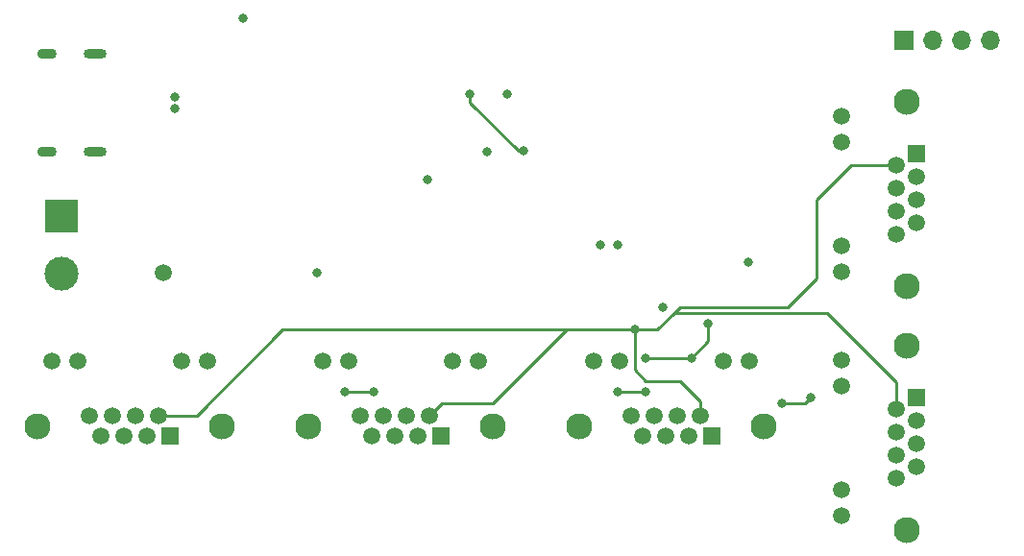
<source format=gbr>
%TF.GenerationSoftware,KiCad,Pcbnew,6.0.9+dfsg-1~bpo11+1*%
%TF.CreationDate,2022-12-30T22:29:48-06:00*%
%TF.ProjectId,Modular,4d6f6475-6c61-4722-9e6b-696361645f70,rev?*%
%TF.SameCoordinates,Original*%
%TF.FileFunction,Copper,L3,Inr*%
%TF.FilePolarity,Positive*%
%FSLAX46Y46*%
G04 Gerber Fmt 4.6, Leading zero omitted, Abs format (unit mm)*
G04 Created by KiCad (PCBNEW 6.0.9+dfsg-1~bpo11+1) date 2022-12-30 22:29:48*
%MOMM*%
%LPD*%
G01*
G04 APERTURE LIST*
%TA.AperFunction,ComponentPad*%
%ADD10R,1.500000X1.500000*%
%TD*%
%TA.AperFunction,ComponentPad*%
%ADD11C,1.500000*%
%TD*%
%TA.AperFunction,ComponentPad*%
%ADD12C,2.300000*%
%TD*%
%TA.AperFunction,ComponentPad*%
%ADD13O,1.700000X0.900000*%
%TD*%
%TA.AperFunction,ComponentPad*%
%ADD14O,2.000000X0.900000*%
%TD*%
%TA.AperFunction,ComponentPad*%
%ADD15R,3.000000X3.000000*%
%TD*%
%TA.AperFunction,ComponentPad*%
%ADD16C,3.000000*%
%TD*%
%TA.AperFunction,ComponentPad*%
%ADD17R,1.700000X1.700000*%
%TD*%
%TA.AperFunction,ComponentPad*%
%ADD18O,1.700000X1.700000*%
%TD*%
%TA.AperFunction,ViaPad*%
%ADD19C,0.800000*%
%TD*%
%TA.AperFunction,ViaPad*%
%ADD20C,1.500000*%
%TD*%
%TA.AperFunction,Conductor*%
%ADD21C,0.250000*%
%TD*%
G04 APERTURE END LIST*
D10*
%TO.N,GNDREF*%
%TO.C,J5*%
X143310000Y-144875000D03*
D11*
%TO.N,/MOSI*%
X142294000Y-143095000D03*
%TO.N,unconnected-(J5-Pad3)*%
X141278000Y-144875000D03*
%TO.N,/MISO*%
X140262000Y-143095000D03*
%TO.N,unconnected-(J5-Pad5)*%
X139246000Y-144875000D03*
%TO.N,/CS_PDL*%
X138230000Y-143095000D03*
%TO.N,+5V*%
X137214000Y-144875000D03*
%TO.N,/SCLK*%
X136198000Y-143095000D03*
%TO.N,unconnected-(J5-Pad9)*%
X146610000Y-138275000D03*
%TO.N,unconnected-(J5-Pad10)*%
X144320000Y-138275000D03*
%TO.N,unconnected-(J5-Pad11)*%
X135180000Y-138275000D03*
%TO.N,unconnected-(J5-Pad12)*%
X132890000Y-138275000D03*
D12*
%TO.N,N/C*%
X147880000Y-143985000D03*
X131620000Y-143985000D03*
%TD*%
D13*
%TO.N,unconnected-(P1-PadS1)*%
%TO.C,P1*%
X84760000Y-119820000D03*
D14*
X88930000Y-119820000D03*
X88930000Y-111180000D03*
D13*
X84760000Y-111180000D03*
%TD*%
D10*
%TO.N,GNDREF*%
%TO.C,J6*%
X161375000Y-141440000D03*
D11*
%TO.N,/MOSI*%
X159595000Y-142456000D03*
%TO.N,unconnected-(J6-Pad3)*%
X161375000Y-143472000D03*
%TO.N,/MISO*%
X159595000Y-144488000D03*
%TO.N,unconnected-(J6-Pad5)*%
X161375000Y-145504000D03*
%TO.N,/CS_SHIF*%
X159595000Y-146520000D03*
%TO.N,+5V*%
X161375000Y-147536000D03*
%TO.N,/SCLK*%
X159595000Y-148552000D03*
%TO.N,unconnected-(J6-Pad9)*%
X154775000Y-138140000D03*
%TO.N,unconnected-(J6-Pad10)*%
X154775000Y-140430000D03*
%TO.N,unconnected-(J6-Pad11)*%
X154775000Y-149570000D03*
%TO.N,unconnected-(J6-Pad12)*%
X154775000Y-151860000D03*
D12*
%TO.N,N/C*%
X160485000Y-153130000D03*
X160485000Y-136870000D03*
%TD*%
D15*
%TO.N,GNDREF*%
%TO.C,J2*%
X86000000Y-125500000D03*
D16*
%TO.N,Net-(F1-Pad1)*%
X86000000Y-130580000D03*
%TD*%
D10*
%TO.N,GNDREF*%
%TO.C,J4*%
X119435000Y-144875000D03*
D11*
%TO.N,/MOSI*%
X118419000Y-143095000D03*
%TO.N,unconnected-(J4-Pad3)*%
X117403000Y-144875000D03*
%TO.N,/MISO*%
X116387000Y-143095000D03*
%TO.N,unconnected-(J4-Pad5)*%
X115371000Y-144875000D03*
%TO.N,/CS_SWF*%
X114355000Y-143095000D03*
%TO.N,+5V*%
X113339000Y-144875000D03*
%TO.N,/SCLK*%
X112323000Y-143095000D03*
%TO.N,unconnected-(J4-Pad9)*%
X122735000Y-138275000D03*
%TO.N,unconnected-(J4-Pad10)*%
X120445000Y-138275000D03*
%TO.N,unconnected-(J4-Pad11)*%
X111305000Y-138275000D03*
%TO.N,unconnected-(J4-Pad12)*%
X109015000Y-138275000D03*
D12*
%TO.N,N/C*%
X107745000Y-143985000D03*
X124005000Y-143985000D03*
%TD*%
D10*
%TO.N,GNDREF*%
%TO.C,J7*%
X95560000Y-144875000D03*
D11*
%TO.N,/MOSI*%
X94544000Y-143095000D03*
%TO.N,unconnected-(J7-Pad3)*%
X93528000Y-144875000D03*
%TO.N,/MISO*%
X92512000Y-143095000D03*
%TO.N,unconnected-(J7-Pad5)*%
X91496000Y-144875000D03*
%TO.N,/CS_A2*%
X90480000Y-143095000D03*
%TO.N,+5V*%
X89464000Y-144875000D03*
%TO.N,/SCLK*%
X88448000Y-143095000D03*
%TO.N,unconnected-(J7-Pad9)*%
X98860000Y-138275000D03*
%TO.N,unconnected-(J7-Pad10)*%
X96570000Y-138275000D03*
%TO.N,unconnected-(J7-Pad11)*%
X87430000Y-138275000D03*
%TO.N,unconnected-(J7-Pad12)*%
X85140000Y-138275000D03*
D12*
%TO.N,N/C*%
X100130000Y-143985000D03*
X83870000Y-143985000D03*
%TD*%
D17*
%TO.N,GNDREF*%
%TO.C,J1*%
X160250000Y-110000000D03*
D18*
%TO.N,/RX_ESP*%
X162790000Y-110000000D03*
%TO.N,/TX_ESP*%
X165330000Y-110000000D03*
%TO.N,+3.3V*%
X167870000Y-110000000D03*
%TD*%
D10*
%TO.N,GNDREF*%
%TO.C,J3*%
X161375000Y-119940000D03*
D11*
%TO.N,/MOSI*%
X159595000Y-120956000D03*
%TO.N,unconnected-(J3-Pad3)*%
X161375000Y-121972000D03*
%TO.N,/MISO*%
X159595000Y-122988000D03*
%TO.N,unconnected-(J3-Pad5)*%
X161375000Y-124004000D03*
%TO.N,/CS_A1*%
X159595000Y-125020000D03*
%TO.N,+5V*%
X161375000Y-126036000D03*
%TO.N,/SCLK*%
X159595000Y-127052000D03*
%TO.N,unconnected-(J3-Pad9)*%
X154775000Y-116640000D03*
%TO.N,unconnected-(J3-Pad10)*%
X154775000Y-118930000D03*
%TO.N,unconnected-(J3-Pad11)*%
X154775000Y-128070000D03*
%TO.N,unconnected-(J3-Pad12)*%
X154775000Y-130360000D03*
D12*
%TO.N,N/C*%
X160485000Y-115370000D03*
X160485000Y-131630000D03*
%TD*%
D19*
%TO.N,+3.3V*%
X123500000Y-119814000D03*
X118250000Y-122250000D03*
X125250000Y-114750000D03*
X108500000Y-130500000D03*
%TO.N,/MOSI*%
X136500000Y-135500000D03*
%TO.N,/MISO*%
X137500000Y-138000000D03*
X135000000Y-141000000D03*
X149500000Y-142000000D03*
X141500000Y-138000000D03*
X111000000Y-141000000D03*
X143000000Y-135000000D03*
X137500000Y-141000000D03*
X113500000Y-141000000D03*
X152000000Y-141500000D03*
%TO.N,/SCLK*%
X139000000Y-133500000D03*
%TO.N,Net-(C3-Pad1)*%
X122000000Y-114750000D03*
X126750000Y-119750000D03*
%TO.N,/D+*%
X135000000Y-128000000D03*
X96000000Y-115000000D03*
%TO.N,/D-*%
X133500000Y-128000000D03*
X96000000Y-116000000D03*
D20*
%TO.N,+5V*%
X95000000Y-130500000D03*
D19*
%TO.N,/BOOT*%
X102000000Y-108000000D03*
X146500000Y-129500000D03*
%TD*%
D21*
%TO.N,/MOSI*%
X155544000Y-120956000D02*
X152500000Y-124000000D01*
X124000000Y-142000000D02*
X119514000Y-142000000D01*
X159595000Y-140095000D02*
X153500000Y-134000000D01*
X140000000Y-134000000D02*
X138500000Y-135500000D01*
X159595000Y-142456000D02*
X159595000Y-140095000D01*
X150000000Y-133500000D02*
X140500000Y-133500000D01*
X105500000Y-135500000D02*
X130500000Y-135500000D01*
X136500000Y-135500000D02*
X136500000Y-139000000D01*
X137500000Y-140000000D02*
X140500000Y-140000000D01*
X136500000Y-139000000D02*
X137500000Y-140000000D01*
X97905000Y-143095000D02*
X105500000Y-135500000D01*
X142294000Y-141794000D02*
X142294000Y-143095000D01*
X130500000Y-135500000D02*
X124000000Y-142000000D01*
X152500000Y-124000000D02*
X152500000Y-131000000D01*
X153500000Y-134000000D02*
X140000000Y-134000000D01*
X136500000Y-135500000D02*
X130500000Y-135500000D01*
X119514000Y-142000000D02*
X118419000Y-143095000D01*
X159595000Y-120956000D02*
X155544000Y-120956000D01*
X140500000Y-140000000D02*
X142294000Y-141794000D01*
X152500000Y-131000000D02*
X150000000Y-133500000D01*
X138500000Y-135500000D02*
X136500000Y-135500000D01*
X94544000Y-143095000D02*
X97905000Y-143095000D01*
X140500000Y-133500000D02*
X140000000Y-134000000D01*
%TO.N,/MISO*%
X137500000Y-141000000D02*
X135000000Y-141000000D01*
X143000000Y-135000000D02*
X143000000Y-136500000D01*
X151500000Y-142000000D02*
X152000000Y-141500000D01*
X149500000Y-142000000D02*
X151500000Y-142000000D01*
X137500000Y-138000000D02*
X141500000Y-138000000D01*
X111000000Y-141000000D02*
X113500000Y-141000000D01*
X143000000Y-136500000D02*
X141500000Y-138000000D01*
%TO.N,Net-(C3-Pad1)*%
X126750000Y-119750000D02*
X126250000Y-119750000D01*
X126250000Y-119750000D02*
X122000000Y-115500000D01*
X122000000Y-115500000D02*
X122000000Y-114750000D01*
%TD*%
M02*

</source>
